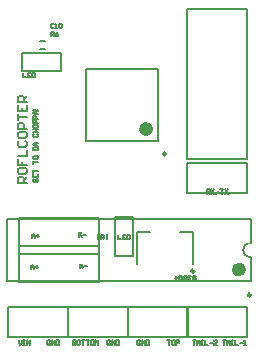
<source format=gbo>
%FSLAX24Y24*%
%MOIN*%
G70*
G01*
G75*
G04 Layer_Color=32896*
%ADD10R,0.0433X0.0551*%
%ADD11C,0.0100*%
%ADD12C,0.0150*%
%ADD13C,0.0300*%
%ADD14C,0.0250*%
%ADD15C,0.0200*%
%ADD16C,0.0580*%
%ADD17R,0.0580X0.0580*%
%ADD18R,0.0591X0.0591*%
%ADD19C,0.0591*%
%ADD20R,0.0591X0.0591*%
%ADD21C,0.0500*%
%ADD22C,0.0400*%
%ADD23R,0.0618X0.0906*%
%ADD24R,0.0276X0.0354*%
%ADD25R,0.0354X0.0276*%
%ADD26R,0.0315X0.0315*%
%ADD27O,0.0532X0.0217*%
%ADD28O,0.0217X0.0532*%
%ADD29R,0.0236X0.0551*%
%ADD30R,0.0236X0.0354*%
G04:AMPARAMS|DCode=31|XSize=70.9mil|YSize=141.7mil|CornerRadius=0mil|HoleSize=0mil|Usage=FLASHONLY|Rotation=0.000|XOffset=0mil|YOffset=0mil|HoleType=Round|Shape=Octagon|*
%AMOCTAGOND31*
4,1,8,-0.0177,0.0709,0.0177,0.0709,0.0354,0.0532,0.0354,-0.0532,0.0177,-0.0709,-0.0177,-0.0709,-0.0354,-0.0532,-0.0354,0.0532,-0.0177,0.0709,0.0*
%
%ADD31OCTAGOND31*%

%ADD32R,0.0315X0.0315*%
%ADD33R,0.0513X0.0631*%
%ADD34C,0.0660*%
%ADD35R,0.0660X0.0660*%
%ADD36R,0.0671X0.0671*%
%ADD37C,0.0671*%
%ADD38R,0.0671X0.0671*%
%ADD39C,0.0480*%
%ADD40R,0.0698X0.0986*%
%ADD41R,0.0356X0.0434*%
%ADD42R,0.0434X0.0356*%
%ADD43R,0.0395X0.0395*%
%ADD44O,0.0612X0.0297*%
%ADD45O,0.0297X0.0612*%
%ADD46R,0.0316X0.0631*%
%ADD47R,0.0316X0.0434*%
G04:AMPARAMS|DCode=48|XSize=78.9mil|YSize=149.7mil|CornerRadius=0mil|HoleSize=0mil|Usage=FLASHONLY|Rotation=0.000|XOffset=0mil|YOffset=0mil|HoleType=Round|Shape=Octagon|*
%AMOCTAGOND48*
4,1,8,-0.0197,0.0749,0.0197,0.0749,0.0394,0.0552,0.0394,-0.0552,0.0197,-0.0749,-0.0197,-0.0749,-0.0394,-0.0552,-0.0394,0.0552,-0.0197,0.0749,0.0*
%
%ADD48OCTAGOND48*%

%ADD49R,0.0395X0.0395*%
%ADD50C,0.0236*%
%ADD51C,0.0098*%
%ADD52C,0.0079*%
%ADD53C,0.0050*%
%ADD54C,0.0060*%
%ADD55C,0.0080*%
D50*
X47005Y36673D02*
G03*
X47005Y36673I-118J0D01*
G01*
X50100Y31990D02*
G03*
X50100Y31990I-118J0D01*
G01*
D51*
X47556Y35846D02*
G03*
X47556Y35846I-49J0D01*
G01*
X50381Y31140D02*
G03*
X50381Y31140I-49J0D01*
G01*
X48494Y31933D02*
G03*
X48494Y31933I-49J0D01*
G01*
D52*
X50375Y32890D02*
G03*
X50375Y32390I0J-250D01*
G01*
X42660Y31560D02*
Y32492D01*
Y31560D02*
X45310D01*
Y31578D02*
Y32178D01*
X42660Y32760D02*
X45310D01*
X42660Y32492D02*
Y32760D01*
X45310Y32178D02*
Y32760D01*
Y31560D02*
Y31578D01*
X42660Y32520D02*
Y33452D01*
Y32520D02*
X45310D01*
Y32538D02*
Y33138D01*
X42660Y33720D02*
X45310D01*
X42660Y33452D02*
Y33720D01*
X45310Y33138D02*
Y33720D01*
Y32520D02*
Y32538D01*
X46300Y29740D02*
Y30740D01*
X44300D02*
X46300D01*
X44300Y29740D02*
Y30740D01*
Y29740D02*
X46300D01*
X44300D02*
Y30740D01*
X42300D02*
X44300D01*
X42300Y29740D02*
Y30740D01*
Y29740D02*
X44300D01*
X46300D02*
Y30740D01*
Y29740D02*
X48300D01*
Y30740D01*
X46300D02*
X48300D01*
X48260Y29740D02*
Y30740D01*
Y29740D02*
X50260D01*
Y30740D01*
X48260D02*
X50260D01*
X43361Y39618D02*
X43519D01*
X43361Y39342D02*
X43519D01*
X45578Y33001D02*
Y33159D01*
X45302Y33001D02*
Y33159D01*
X45860Y32430D02*
Y33730D01*
Y32430D02*
X46460D01*
Y33730D01*
X45860D02*
X46460D01*
X44879Y36279D02*
Y38681D01*
X47281Y36279D02*
Y38681D01*
X44879D02*
X47281D01*
X44879Y36279D02*
X47281D01*
X42265Y31597D02*
Y33683D01*
X50375Y32890D02*
Y33683D01*
Y31597D02*
Y32390D01*
X42265Y33683D02*
X50375D01*
X42265Y31597D02*
X50375D01*
X48260Y35660D02*
Y40660D01*
X50260Y35660D02*
Y40660D01*
X48260Y35660D02*
X50260D01*
X48260Y40660D02*
X50260D01*
X48445Y32188D02*
Y33252D01*
X48032D02*
X48445D01*
X46595Y32188D02*
Y33252D01*
X47008D01*
X48260Y34540D02*
Y35540D01*
Y34540D02*
X50260D01*
Y35540D01*
X48260D02*
X50260D01*
X42750Y38620D02*
X44050D01*
Y39220D01*
X42750D02*
X44050D01*
X42750Y38620D02*
Y39220D01*
D53*
X49440Y29630D02*
X49540D01*
X49490D01*
Y29480D01*
X49590D02*
Y29580D01*
X49640Y29630D01*
X49690Y29580D01*
Y29480D01*
Y29555D01*
X49590D01*
X49740Y29630D02*
X49790D01*
X49765D01*
Y29480D01*
X49740D01*
X49790D01*
X49865Y29630D02*
Y29480D01*
X49965D01*
X50015Y29555D02*
X50115D01*
X50165Y29480D02*
X50215D01*
X50190D01*
Y29630D01*
X50165Y29605D01*
X48440Y29630D02*
X48540D01*
X48490D01*
Y29480D01*
X48590D02*
Y29580D01*
X48640Y29630D01*
X48690Y29580D01*
Y29480D01*
Y29555D01*
X48590D01*
X48740Y29630D02*
X48790D01*
X48765D01*
Y29480D01*
X48740D01*
X48790D01*
X48865Y29630D02*
Y29480D01*
X48965D01*
X49015Y29555D02*
X49115D01*
X49265Y29480D02*
X49165D01*
X49265Y29580D01*
Y29605D01*
X49240Y29630D01*
X49190D01*
X49165Y29605D01*
X47600Y29630D02*
X47700D01*
X47650D01*
Y29480D01*
X47825Y29630D02*
X47775D01*
X47750Y29605D01*
Y29505D01*
X47775Y29480D01*
X47825D01*
X47850Y29505D01*
Y29605D01*
X47825Y29630D01*
X47900Y29480D02*
Y29630D01*
X47975D01*
X48000Y29605D01*
Y29555D01*
X47975Y29530D01*
X47900D01*
X46700Y29605D02*
X46675Y29630D01*
X46625D01*
X46600Y29605D01*
Y29505D01*
X46625Y29480D01*
X46675D01*
X46700Y29505D01*
Y29555D01*
X46650D01*
X46750Y29480D02*
Y29630D01*
X46850Y29480D01*
Y29630D01*
X46900D02*
Y29480D01*
X46975D01*
X47000Y29505D01*
Y29605D01*
X46975Y29630D01*
X46900D01*
X45700Y29605D02*
X45675Y29630D01*
X45625D01*
X45600Y29605D01*
Y29505D01*
X45625Y29480D01*
X45675D01*
X45700Y29505D01*
Y29555D01*
X45650D01*
X45750Y29480D02*
Y29630D01*
X45850Y29480D01*
Y29630D01*
X45900D02*
Y29480D01*
X45975D01*
X46000Y29505D01*
Y29605D01*
X45975Y29630D01*
X45900D01*
X44440D02*
Y29480D01*
X44515D01*
X44540Y29505D01*
Y29530D01*
X44515Y29555D01*
X44440D01*
X44515D01*
X44540Y29580D01*
Y29605D01*
X44515Y29630D01*
X44440D01*
X44665D02*
X44615D01*
X44590Y29605D01*
Y29505D01*
X44615Y29480D01*
X44665D01*
X44690Y29505D01*
Y29605D01*
X44665Y29630D01*
X44740D02*
X44840D01*
X44790D01*
Y29480D01*
X44890Y29630D02*
X44990D01*
X44940D01*
Y29480D01*
X45115Y29630D02*
X45065D01*
X45040Y29605D01*
Y29505D01*
X45065Y29480D01*
X45115D01*
X45140Y29505D01*
Y29605D01*
X45115Y29630D01*
X45190Y29480D02*
Y29630D01*
X45240Y29580D01*
X45290Y29630D01*
Y29480D01*
X43700Y29605D02*
X43675Y29630D01*
X43625D01*
X43600Y29605D01*
Y29505D01*
X43625Y29480D01*
X43675D01*
X43700Y29505D01*
Y29555D01*
X43650D01*
X43750Y29480D02*
Y29630D01*
X43850Y29480D01*
Y29630D01*
X43900D02*
Y29480D01*
X43975D01*
X44000Y29505D01*
Y29605D01*
X43975Y29630D01*
X43900D01*
X42640D02*
Y29530D01*
X42690Y29480D01*
X42740Y29530D01*
Y29630D01*
X42790D02*
X42840D01*
X42815D01*
Y29480D01*
X42790D01*
X42840D01*
X42915D02*
Y29630D01*
X43015Y29480D01*
Y29630D01*
X43040Y32000D02*
Y32100D01*
X43090Y32150D01*
X43140Y32100D01*
Y32000D01*
Y32075D01*
X43040D01*
X43190D02*
X43290D01*
X43240Y32125D02*
Y32025D01*
X43080Y33040D02*
Y33140D01*
X43130Y33190D01*
X43180Y33140D01*
Y33040D01*
Y33115D01*
X43080D01*
X43230D02*
X43330D01*
X43280Y33165D02*
Y33065D01*
X44640Y33230D02*
Y33080D01*
Y33130D01*
X44740Y33230D01*
X44665Y33155D01*
X44740Y33080D01*
X44790Y33155D02*
X44890D01*
X44680Y32190D02*
Y32040D01*
Y32090D01*
X44780Y32190D01*
X44705Y32115D01*
X44780Y32040D01*
X44830Y32115D02*
X44930D01*
X47840Y31715D02*
X47940D01*
X47890Y31765D02*
Y31665D01*
X48090Y31790D02*
X47990D01*
Y31715D01*
X48040Y31740D01*
X48065D01*
X48090Y31715D01*
Y31665D01*
X48065Y31640D01*
X48015D01*
X47990Y31665D01*
X48140Y31640D02*
Y31790D01*
X48215D01*
X48240Y31765D01*
Y31715D01*
X48215Y31690D01*
X48140D01*
X48190D02*
X48240Y31640D01*
X48390Y31790D02*
X48290D01*
Y31640D01*
X48390D01*
X48290Y31715D02*
X48340D01*
X48540Y31765D02*
X48515Y31790D01*
X48465D01*
X48440Y31765D01*
Y31665D01*
X48465Y31640D01*
X48515D01*
X48540Y31665D01*
Y31715D01*
X48490D01*
X45960Y33150D02*
Y33000D01*
X46060D01*
X46210Y33150D02*
X46110D01*
Y33000D01*
X46210D01*
X46110Y33075D02*
X46160D01*
X46260Y33150D02*
Y33000D01*
X46335D01*
X46360Y33025D01*
Y33125D01*
X46335Y33150D01*
X46260D01*
X48920Y34520D02*
Y34670D01*
X48995D01*
X49020Y34645D01*
Y34595D01*
X48995Y34570D01*
X48920D01*
X48970D02*
X49020Y34520D01*
X49070Y34670D02*
X49170Y34520D01*
Y34670D02*
X49070Y34520D01*
X49220D02*
X49320Y34620D01*
X49370Y34670D02*
X49470D01*
X49420D01*
Y34520D01*
X49520Y34670D02*
X49620Y34520D01*
Y34670D02*
X49520Y34520D01*
X43820Y40165D02*
X43795Y40190D01*
X43745D01*
X43720Y40165D01*
Y40065D01*
X43745Y40040D01*
X43795D01*
X43820Y40065D01*
X43870Y40040D02*
X43920D01*
X43895D01*
Y40190D01*
X43870Y40165D01*
X43995D02*
X44020Y40190D01*
X44070D01*
X44095Y40165D01*
Y40065D01*
X44070Y40040D01*
X44020D01*
X43995Y40065D01*
Y40165D01*
X43720Y39760D02*
Y39910D01*
X43795D01*
X43820Y39885D01*
Y39835D01*
X43795Y39810D01*
X43720D01*
X43770D02*
X43820Y39760D01*
X43970Y39910D02*
X43920Y39885D01*
X43870Y39835D01*
Y39785D01*
X43895Y39760D01*
X43945D01*
X43970Y39785D01*
Y39810D01*
X43945Y39835D01*
X43870D01*
X42800Y38550D02*
Y38400D01*
X42900D01*
X43050Y38550D02*
X42950D01*
Y38400D01*
X43050D01*
X42950Y38475D02*
X43000D01*
X43100Y38550D02*
Y38400D01*
X43175D01*
X43200Y38425D01*
Y38525D01*
X43175Y38550D01*
X43100D01*
X45400Y33000D02*
Y33150D01*
X45475D01*
X45500Y33125D01*
Y33075D01*
X45475Y33050D01*
X45400D01*
X45450D02*
X45500Y33000D01*
D54*
X43155Y35020D02*
X43130Y34995D01*
Y34945D01*
X43155Y34920D01*
X43255D01*
X43280Y34945D01*
Y34995D01*
X43255Y35020D01*
X43205D01*
Y34970D01*
X43130Y35170D02*
Y35070D01*
X43280D01*
Y35170D01*
X43205Y35070D02*
Y35120D01*
X43130Y35220D02*
Y35320D01*
Y35270D01*
X43280D01*
X43130Y35520D02*
Y35620D01*
Y35570D01*
X43280D01*
X43130Y35745D02*
Y35695D01*
X43155Y35670D01*
X43255D01*
X43280Y35695D01*
Y35745D01*
X43255Y35770D01*
X43155D01*
X43130Y35745D01*
Y35970D02*
X43280D01*
Y36045D01*
X43255Y36070D01*
X43155D01*
X43130Y36045D01*
Y35970D01*
X43280Y36120D02*
X43180D01*
X43130Y36170D01*
X43180Y36220D01*
X43280D01*
X43205D01*
Y36120D01*
X43155Y36519D02*
X43130Y36495D01*
Y36445D01*
X43155Y36420D01*
X43255D01*
X43280Y36445D01*
Y36495D01*
X43255Y36519D01*
X43130Y36569D02*
X43280D01*
X43205D01*
Y36669D01*
X43130D01*
X43280D01*
X43130Y36794D02*
Y36744D01*
X43155Y36719D01*
X43255D01*
X43280Y36744D01*
Y36794D01*
X43255Y36819D01*
X43155D01*
X43130Y36794D01*
X43280Y36869D02*
X43130D01*
Y36944D01*
X43155Y36969D01*
X43205D01*
X43230Y36944D01*
Y36869D01*
X43280Y37019D02*
X43130D01*
Y37094D01*
X43155Y37119D01*
X43205D01*
X43230Y37094D01*
Y37019D01*
X43280Y37169D02*
X43180D01*
X43130Y37219D01*
X43180Y37269D01*
X43280D01*
X43205D01*
Y37169D01*
X43230Y37319D02*
X43105D01*
X43255D02*
X43280D01*
D55*
X42920Y34880D02*
X42620D01*
Y35030D01*
X42670Y35080D01*
X42770D01*
X42820Y35030D01*
Y34880D01*
Y34980D02*
X42920Y35080D01*
X42620Y35330D02*
Y35230D01*
X42670Y35180D01*
X42870D01*
X42920Y35230D01*
Y35330D01*
X42870Y35380D01*
X42670D01*
X42620Y35330D01*
Y35680D02*
Y35480D01*
X42770D01*
Y35580D01*
Y35480D01*
X42920D01*
X42620Y35780D02*
X42920D01*
Y35980D01*
X42670Y36280D02*
X42620Y36230D01*
Y36130D01*
X42670Y36080D01*
X42870D01*
X42920Y36130D01*
Y36230D01*
X42870Y36280D01*
X42620Y36529D02*
Y36430D01*
X42670Y36380D01*
X42870D01*
X42920Y36430D01*
Y36529D01*
X42870Y36579D01*
X42670D01*
X42620Y36529D01*
X42920Y36679D02*
X42620D01*
Y36829D01*
X42670Y36879D01*
X42770D01*
X42820Y36829D01*
Y36679D01*
X42620Y36979D02*
Y37179D01*
Y37079D01*
X42920D01*
X42620Y37479D02*
Y37279D01*
X42920D01*
Y37479D01*
X42770Y37279D02*
Y37379D01*
X42920Y37579D02*
X42620D01*
Y37729D01*
X42670Y37779D01*
X42770D01*
X42820Y37729D01*
Y37579D01*
Y37679D02*
X42920Y37779D01*
M02*

</source>
